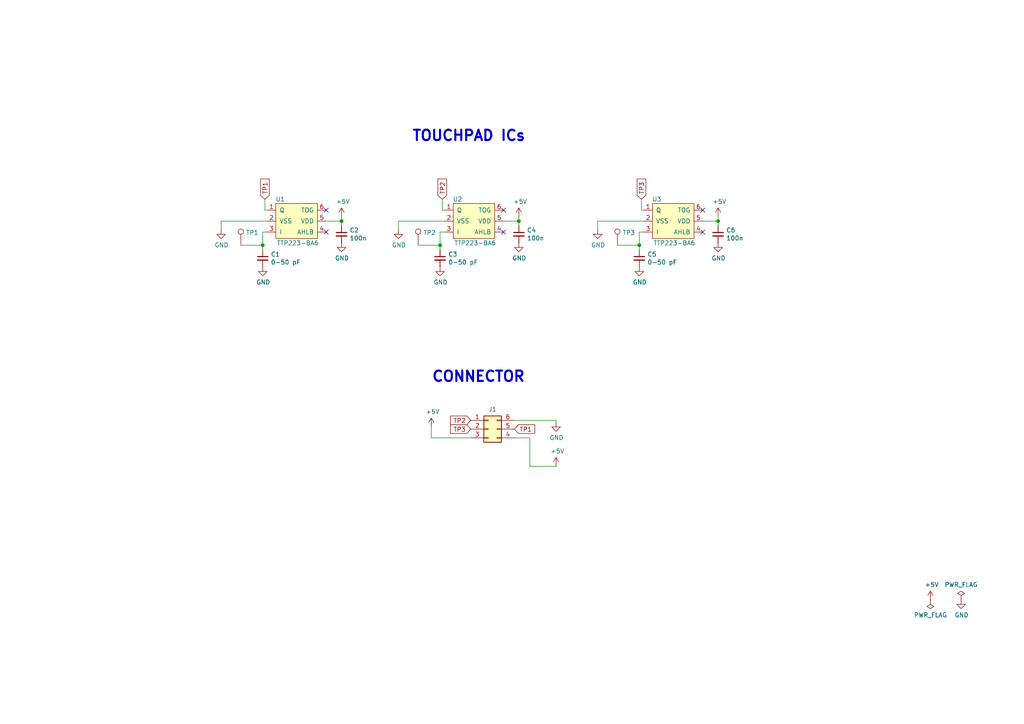
<source format=kicad_sch>
(kicad_sch (version 20231120) (generator "eeschema") (generator_version "8.0")
  (paper "A4")
  (lib_symbols
    (symbol "Connector:TestPoint" (pin_numbers hide) (pin_names (offset 0.762) hide)
      (property "Reference" "TP" (at 0 6.858 0))
      (property "Value" "TestPoint" (at 0 5.08 0))
      (symbol "TestPoint_0_1"
        (circle (center 0 3.302) (radius 0.762))
      )
      (symbol "TestPoint_1_1"
        (pin passive line (at 0 0 90) (length 2.54) (name "1") (number "1"))
      )
    )
    (symbol "Connector_Generic:Conn_02x03_Counter_Clockwise" (pin_names (offset 1.016) hide)
      (property "Reference" "J" (at 1.27 5.08 0))
      (property "Value" "Conn_02x03_Counter_Clockwise" (at 1.27 -5.08 0))
      (symbol "Conn_02x03_Counter_Clockwise_1_1"
        (rectangle (start -1.27 -2.413) (end 0 -2.667) (stroke (width 0.1524)))
        (rectangle (start -1.27 0.127) (end 0 -0.127) (stroke (width 0.1524)))
        (rectangle (start -1.27 2.667) (end 0 2.413) (stroke (width 0.1524)))
        (rectangle (start -1.27 3.81) (end 3.81 -3.81) (stroke (width 0.254)) (fill (type background)))
        (rectangle (start 3.81 -2.413) (end 2.54 -2.667) (stroke (width 0.1524)))
        (rectangle (start 3.81 0.127) (end 2.54 -0.127) (stroke (width 0.1524)))
        (rectangle (start 3.81 2.667) (end 2.54 2.413) (stroke (width 0.1524)))
        (pin passive line (at -5.08 2.54 0) (length 3.81) (name "Pin_1") (number "1"))
        (pin passive line (at -5.08 0 0) (length 3.81) (name "Pin_2") (number "2"))
        (pin passive line (at -5.08 -2.54 0) (length 3.81) (name "Pin_3") (number "3"))
        (pin passive line (at 7.62 -2.54 180) (length 3.81) (name "Pin_4") (number "4"))
        (pin passive line (at 7.62 0 180) (length 3.81) (name "Pin_5") (number "5"))
        (pin passive line (at 7.62 2.54 180) (length 3.81) (name "Pin_6") (number "6"))
      )
    )
    (symbol "Device:C_Small" (pin_numbers hide) (pin_names (offset 0.254) hide)
      (property "Reference" "C" (at 0.254 1.778 0))
      (property "Value" "C_Small" (at 0.254 -2.032 0))
      (symbol "C_Small_0_1"
        (polyline (pts (xy -1.524 -0.508) (xy 1.524 -0.508)) (stroke (width 0.3302)))
        (polyline (pts (xy -1.524 0.508) (xy 1.524 0.508)) (stroke (width 0.3048)))
      )
      (symbol "C_Small_1_1"
        (pin passive line (at 0 2.54 270) (length 2.032) (name "~") (number "1"))
        (pin passive line (at 0 -2.54 90) (length 2.032) (name "~") (number "2"))
      )
    )
    (symbol "power:+5V" (power) (pin_names (offset 0))
      (property "Value" "+5V" (at 0 3.556 0))
      (symbol "+5V_0_1"
        (polyline (pts (xy -0.762 1.27) (xy 0 2.54)))
        (polyline (pts (xy 0 0) (xy 0 2.54)))
        (polyline (pts (xy 0 2.54) (xy 0.762 1.27)))
      )
      (symbol "+5V_1_1"
        (pin power_in line (at 0 0 90) (length 0) hide (name "+5V") (number "1"))
      )
    )
    (symbol "power:GND" (power) (pin_names (offset 0))
      (property "Value" "GND" (at 0 -3.81 0))
      (symbol "GND_0_1"
        (polyline (pts (xy 0 0) (xy 0 -1.27) (xy 1.27 -1.27) (xy 0 -2.54) (xy -1.27 -1.27) (xy 0 -1.27)))
      )
      (symbol "GND_1_1"
        (pin power_in line (at 0 0 270) (length 0) hide (name "GND") (number "1"))
      )
    )
    (symbol "power:PWR_FLAG" (power) (pin_numbers hide) (pin_names (offset 0) hide)
      (property "Value" "PWR_FLAG" (at 0 3.81 0))
      (symbol "PWR_FLAG_0_0"
        (pin power_out line (at 0 0 90) (length 0) (name "pwr") (number "1"))
      )
      (symbol "PWR_FLAG_0_1"
        (polyline (pts (xy 0 0) (xy 0 1.27) (xy -1.016 1.905) (xy 0 2.54) (xy 1.016 1.905) (xy 0 1.27)))
      )
    )
    (symbol "ttp223-ba6:TTP223-BA6" (pin_names (offset 1.016))
      (property "Reference" "U" (at 0 -1.27 0))
      (property "Value" "TTP223-BA6" (at 0 -1.27 0))
      (symbol "TTP223-BA6_0_1"
        (rectangle (start -5.715 10.16) (end 6.35 0) (fill (type background)))
      )
      (symbol "TTP223-BA6_1_1"
        (pin passive line (at -8.255 8.255 0) (length 2.54) (name "Q") (number "1"))
        (pin passive line (at -8.255 5.08 0) (length 2.54) (name "VSS") (number "2"))
        (pin passive line (at -8.255 1.905 0) (length 2.54) (name "I") (number "3"))
        (pin passive line (at 8.89 1.905 180) (length 2.54) (name "AHLB") (number "4"))
        (pin passive line (at 8.89 5.08 180) (length 2.54) (name "VDD") (number "5"))
        (pin passive line (at 8.89 8.255 180) (length 2.54) (name "TOG") (number "6"))
      )
    )
  )
  (junction (at 208.28 64.135))
  (junction (at 185.42 71.12))
  (junction (at 127.635 71.12))
  (junction (at 99.06 64.135))
  (junction (at 150.495 64.135))
  (junction (at 76.2 71.12))
  (no_connect (at 203.835 67.31))
  (no_connect (at 146.05 67.31))
  (no_connect (at 203.835 60.96))
  (no_connect (at 94.615 60.96))
  (no_connect (at 146.05 60.96))
  (no_connect (at 94.615 67.31))
  (wire (pts (xy 173.355 66.675) (xy 173.355 64.135)))
  (wire (pts (xy 64.135 64.135) (xy 77.47 64.135)))
  (wire (pts (xy 128.27 57.785) (xy 128.27 60.96)))
  (wire (pts (xy 161.29 135.255) (xy 153.67 135.255)))
  (wire (pts (xy 153.67 135.255) (xy 153.67 127)))
  (wire (pts (xy 99.06 64.135) (xy 99.06 62.865)))
  (wire (pts (xy 125.095 127) (xy 136.525 127)))
  (wire (pts (xy 76.2 67.31) (xy 76.2 71.12)))
  (wire (pts (xy 186.69 67.31) (xy 185.42 67.31)))
  (wire (pts (xy 127.635 67.31) (xy 127.635 71.12)))
  (wire (pts (xy 128.905 67.31) (xy 127.635 67.31)))
  (wire (pts (xy 186.055 57.785) (xy 186.055 60.96)))
  (wire (pts (xy 153.67 127) (xy 149.225 127)))
  (wire (pts (xy 121.285 71.12) (xy 127.635 71.12)))
  (wire (pts (xy 150.495 64.135) (xy 150.495 62.865)))
  (wire (pts (xy 203.835 64.135) (xy 208.28 64.135)))
  (wire (pts (xy 208.28 64.135) (xy 208.28 65.405)))
  (wire (pts (xy 185.42 71.12) (xy 185.42 72.39)))
  (wire (pts (xy 115.57 66.675) (xy 115.57 64.135)))
  (wire (pts (xy 173.355 64.135) (xy 186.69 64.135)))
  (wire (pts (xy 150.495 64.135) (xy 150.495 65.405)))
  (wire (pts (xy 94.615 64.135) (xy 99.06 64.135)))
  (wire (pts (xy 161.29 121.92) (xy 161.29 122.555)))
  (wire (pts (xy 179.07 70.485) (xy 179.07 71.12)))
  (wire (pts (xy 77.47 67.31) (xy 76.2 67.31)))
  (wire (pts (xy 99.06 64.135) (xy 99.06 65.405)))
  (wire (pts (xy 208.28 64.135) (xy 208.28 62.865)))
  (wire (pts (xy 121.285 70.485) (xy 121.285 71.12)))
  (wire (pts (xy 69.85 71.12) (xy 76.2 71.12)))
  (wire (pts (xy 149.225 121.92) (xy 161.29 121.92)))
  (wire (pts (xy 185.42 67.31) (xy 185.42 71.12)))
  (wire (pts (xy 115.57 64.135) (xy 128.905 64.135)))
  (wire (pts (xy 76.835 60.96) (xy 77.47 60.96)))
  (wire (pts (xy 146.05 64.135) (xy 150.495 64.135)))
  (wire (pts (xy 64.135 66.675) (xy 64.135 64.135)))
  (wire (pts (xy 76.835 57.785) (xy 76.835 60.96)))
  (wire (pts (xy 76.2 71.12) (xy 76.2 72.39)))
  (wire (pts (xy 127.635 71.12) (xy 127.635 72.39)))
  (wire (pts (xy 69.85 70.485) (xy 69.85 71.12)))
  (wire (pts (xy 125.095 123.825) (xy 125.095 127)))
  (wire (pts (xy 179.07 71.12) (xy 185.42 71.12)))
  (wire (pts (xy 186.055 60.96) (xy 186.69 60.96)))
  (wire (pts (xy 128.27 60.96) (xy 128.905 60.96)))
  (text "TOUCHPAD ICs" (at 119.38 41.275 0) (effects (font (size 3 3) (thickness 0.6) (bold yes)) (justify left bottom)))
  (text "CONNECTOR" (at 125.095 111.125 0) (effects (font (size 3 3) (thickness 0.6) (bold yes)) (justify left bottom)))
  (global_label "TP2" (shape input) (at 128.27 57.785 90) (property "Intersheetrefs" "${INTERSHEET_REFS}" (effects (hide yes))))
  (global_label "TP2" (shape input) (at 136.525 121.92 180) (property "Intersheetrefs" "${INTERSHEET_REFS}" (effects (hide yes))))
  (global_label "TP1" (shape input) (at 149.225 124.46 0) (property "Intersheetrefs" "${INTERSHEET_REFS}" (effects (hide yes))))
  (global_label "TP1" (shape input) (at 76.835 57.785 90) (property "Intersheetrefs" "${INTERSHEET_REFS}" (effects (hide yes))))
  (global_label "TP3" (shape input) (at 136.525 124.46 180) (property "Intersheetrefs" "${INTERSHEET_REFS}" (effects (hide yes))))
  (global_label "TP3" (shape input) (at 186.055 57.785 90) (property "Intersheetrefs" "${INTERSHEET_REFS}" (effects (hide yes))))
  (symbol (lib_id "power:GND") (at 278.765 173.99 0) (unit 1)
    (property "Reference" "#PWR016" (effects (hide yes)))
    (property "Value" "GND" (at 278.892 178.3842 0))
  )
  (symbol (lib_id "power:PWR_FLAG") (at 278.765 173.99 0) (unit 1)
    (property "Reference" "#FLG02" (effects (hide yes)))
    (property "Value" "PWR_FLAG" (at 278.765 169.5958 0))
  )
  (symbol (lib_id "power:PWR_FLAG") (at 269.875 173.99 180) (unit 1)
    (property "Reference" "#FLG01" (effects (hide yes)))
    (property "Value" "PWR_FLAG" (at 269.875 178.3842 0))
  )
  (symbol (lib_id "Connector:TestPoint") (at 69.85 70.485 0) (unit 1)
    (property "Reference" "TP1" (at 71.3232 67.4878 0) (effects (justify left)))
    (property "Value" "TestPoint" (effects (hide yes)))
    (property "Footprint" "Touchpad:TP_11mm_kvacica" (effects (hide yes)))
  )
  (symbol (lib_id "Connector:TestPoint") (at 121.285 70.485 0) (unit 1)
    (property "Reference" "TP2" (at 122.7582 67.4878 0) (effects (justify left)))
    (property "Value" "TestPoint" (effects (hide yes)))
    (property "Footprint" "Touchpad:TP_11mm_strelicaLijevo" (effects (hide yes)))
  )
  (symbol (lib_id "power:+5V") (at 269.875 173.99 0) (unit 1)
    (property "Reference" "#PWR015" (effects (hide yes)))
    (property "Value" "+5V" (at 270.256 169.5958 0))
  )
  (symbol (lib_id "power:+5V") (at 208.28 62.865 0) (unit 1)
    (property "Reference" "#PWR013" (effects (hide yes)))
    (property "Value" "+5V" (at 208.661 58.4708 0))
  )
  (symbol (lib_id "power:+5V") (at 99.06 62.865 0) (unit 1)
    (property "Reference" "#PWR03" (effects (hide yes)))
    (property "Value" "+5V" (at 99.441 58.4708 0))
  )
  (symbol (lib_id "power:+5V") (at 150.495 62.865 0) (unit 1)
    (property "Reference" "#PWR09" (effects (hide yes)))
    (property "Value" "+5V" (at 150.876 58.4708 0))
  )
  (symbol (lib_id "ttp223-ba6:TTP223-BA6") (at 85.725 69.215 0) (unit 1)
    (property "Reference" "U1" (at 81.28 57.785 0))
    (property "Value" "TTP223-BA6" (at 86.36 70.485 0))
    (property "Footprint" "Package_TO_SOT_SMD:SOT-23-6" (effects (hide yes)))
  )
  (symbol (lib_id "power:GND") (at 64.135 66.675 0) (unit 1)
    (property "Reference" "#PWR01" (effects (hide yes)))
    (property "Value" "GND" (at 64.262 71.0692 0))
  )
  (symbol (lib_id "power:GND") (at 76.2 77.47 0) (unit 1)
    (property "Reference" "#PWR02" (effects (hide yes)))
    (property "Value" "GND" (at 76.327 81.8642 0))
  )
  (symbol (lib_id "Device:C_Small") (at 76.2 74.93 0) (unit 1)
    (property "Reference" "C1" (at 78.5368 73.7616 0) (effects (justify left)))
    (property "Value" "0-50 pF" (at 78.5368 76.073 0) (effects (justify left)))
    (property "Footprint" "Capacitor_SMD:C_0603_1608Metric" (effects (hide yes)))
  )
  (symbol (lib_id "Device:C_Small") (at 99.06 67.945 0) (unit 1)
    (property "Reference" "C2" (at 101.3968 66.7766 0) (effects (justify left)))
    (property "Value" "100n" (at 101.3968 69.088 0) (effects (justify left)))
    (property "Footprint" "Capacitor_SMD:C_0603_1608Metric" (effects (hide yes)))
  )
  (symbol (lib_id "power:GND") (at 99.06 70.485 0) (unit 1)
    (property "Reference" "#PWR04" (effects (hide yes)))
    (property "Value" "GND" (at 99.187 74.8792 0))
  )
  (symbol (lib_id "ttp223-ba6:TTP223-BA6") (at 137.16 69.215 0) (unit 1)
    (property "Reference" "U2" (at 132.715 57.785 0))
    (property "Value" "TTP223-BA6" (at 137.795 70.485 0))
    (property "Footprint" "Package_TO_SOT_SMD:SOT-23-6" (effects (hide yes)))
  )
  (symbol (lib_id "power:GND") (at 115.57 66.675 0) (unit 1)
    (property "Reference" "#PWR07" (effects (hide yes)))
    (property "Value" "GND" (at 115.697 71.0692 0))
  )
  (symbol (lib_id "power:GND") (at 127.635 77.47 0) (unit 1)
    (property "Reference" "#PWR08" (effects (hide yes)))
    (property "Value" "GND" (at 127.762 81.8642 0))
  )
  (symbol (lib_id "Device:C_Small") (at 127.635 74.93 0) (unit 1)
    (property "Reference" "C3" (at 129.9718 73.7616 0) (effects (justify left)))
    (property "Value" "0-50 pF" (at 129.9718 76.073 0) (effects (justify left)))
    (property "Footprint" "Capacitor_SMD:C_0603_1608Metric" (effects (hide yes)))
  )
  (symbol (lib_id "Device:C_Small") (at 150.495 67.945 0) (unit 1)
    (property "Reference" "C4" (at 152.8318 66.7766 0) (effects (justify left)))
    (property "Value" "100n" (at 152.8318 69.088 0) (effects (justify left)))
    (property "Footprint" "Capacitor_SMD:C_0603_1608Metric" (effects (hide yes)))
  )
  (symbol (lib_id "power:GND") (at 150.495 70.485 0) (unit 1)
    (property "Reference" "#PWR010" (effects (hide yes)))
    (property "Value" "GND" (at 150.622 74.8792 0))
  )
  (symbol (lib_id "Connector:TestPoint") (at 179.07 70.485 0) (unit 1)
    (property "Reference" "TP3" (at 180.5432 67.4878 0) (effects (justify left)))
    (property "Value" "TestPoint" (effects (hide yes)))
    (property "Footprint" "Touchpad:TP_11mm_strelicaDesno" (effects (hide yes)))
  )
  (symbol (lib_id "ttp223-ba6:TTP223-BA6") (at 194.945 69.215 0) (unit 1)
    (property "Reference" "U3" (at 190.5 57.785 0))
    (property "Value" "TTP223-BA6" (at 195.58 70.485 0))
    (property "Footprint" "Package_TO_SOT_SMD:SOT-23-6" (effects (hide yes)))
  )
  (symbol (lib_id "power:GND") (at 173.355 66.675 0) (unit 1)
    (property "Reference" "#PWR011" (effects (hide yes)))
    (property "Value" "GND" (at 173.482 71.0692 0))
  )
  (symbol (lib_id "power:GND") (at 185.42 77.47 0) (unit 1)
    (property "Reference" "#PWR012" (effects (hide yes)))
    (property "Value" "GND" (at 185.547 81.8642 0))
  )
  (symbol (lib_id "Device:C_Small") (at 185.42 74.93 0) (unit 1)
    (property "Reference" "C5" (at 187.7568 73.7616 0) (effects (justify left)))
    (property "Value" "0-50 pF" (at 187.7568 76.073 0) (effects (justify left)))
    (property "Footprint" "Capacitor_SMD:C_0603_1608Metric" (effects (hide yes)))
  )
  (symbol (lib_id "Device:C_Small") (at 208.28 67.945 0) (unit 1)
    (property "Reference" "C6" (at 210.6168 66.7766 0) (effects (justify left)))
    (property "Value" "100n" (at 210.6168 69.088 0) (effects (justify left)))
    (property "Footprint" "Capacitor_SMD:C_0603_1608Metric" (effects (hide yes)))
  )
  (symbol (lib_id "power:GND") (at 208.28 70.485 0) (unit 1)
    (property "Reference" "#PWR014" (effects (hide yes)))
    (property "Value" "GND" (at 208.407 74.8792 0))
  )
  (symbol (lib_id "power:GND") (at 161.29 122.555 0) (unit 1)
    (property "Reference" "#PWR06" (effects (hide yes)))
    (property "Value" "GND" (at 161.417 126.9492 0))
  )
  (symbol (lib_id "power:+5V") (at 125.095 123.825 0) (unit 1)
    (property "Reference" "#PWR0101" (effects (hide yes)))
    (property "Value" "+5V" (at 125.476 119.4308 0))
  )
  (symbol (lib_id "power:+5V") (at 161.29 135.255 0) (unit 1)
    (property "Reference" "#PWR05" (effects (hide yes)))
    (property "Value" "+5V" (at 161.671 130.8608 0))
  )
  (symbol (lib_id "Connector_Generic:Conn_02x03_Counter_Clockwise") (at 141.605 124.46 0) (unit 1)
    (property "Reference" "J1" (at 142.875 118.745 0))
    (property "Value" "Conn_02x03_Counter_Clockwise" (effects (hide yes)))
    (property "Footprint" "Connector_PinHeader_1.27mm:PinHeader_2x03_P1.27mm_Vertical_SMD" (effects (hide yes)))
  )
)
</source>
